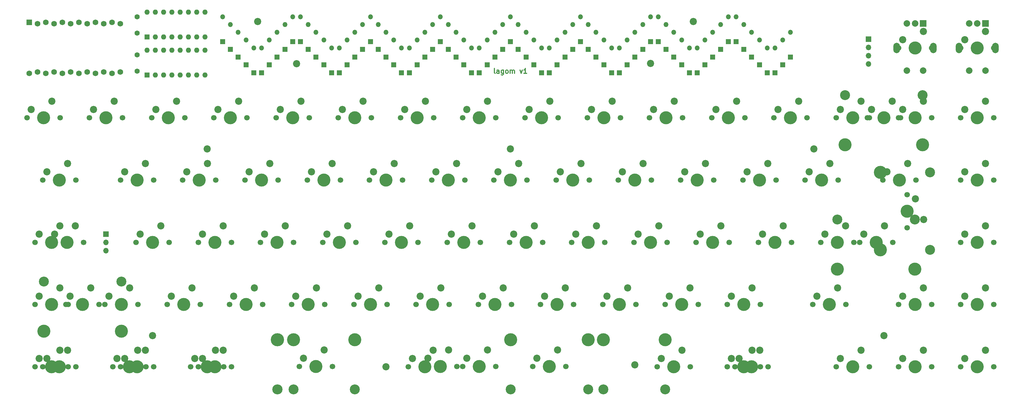
<source format=gts>
G04 #@! TF.GenerationSoftware,KiCad,Pcbnew,9.0.2*
G04 #@! TF.CreationDate,2025-07-10T02:03:08+05:30*
G04 #@! TF.ProjectId,meowboard,6d656f77-626f-4617-9264-2e6b69636164,rev?*
G04 #@! TF.SameCoordinates,Original*
G04 #@! TF.FileFunction,Soldermask,Top*
G04 #@! TF.FilePolarity,Negative*
%FSLAX46Y46*%
G04 Gerber Fmt 4.6, Leading zero omitted, Abs format (unit mm)*
G04 Created by KiCad (PCBNEW 9.0.2) date 2025-07-10 02:03:08*
%MOMM*%
%LPD*%
G01*
G04 APERTURE LIST*
%ADD10C,0.300000*%
%ADD11C,1.700000*%
%ADD12C,4.000000*%
%ADD13C,2.200000*%
%ADD14C,1.600000*%
%ADD15C,3.050000*%
%ADD16R,1.500000X1.500000*%
%ADD17O,1.500000X1.500000*%
%ADD18R,1.600000X1.600000*%
%ADD19O,1.600000X1.600000*%
%ADD20R,1.700000X1.700000*%
%ADD21O,1.700000X1.700000*%
%ADD22O,2.000000X3.200000*%
%ADD23R,2.000000X2.000000*%
%ADD24C,2.000000*%
%ADD25R,1.752600X1.752600*%
%ADD26C,1.752600*%
G04 APERTURE END LIST*
D10*
X200610714Y-57978328D02*
X200467857Y-57906900D01*
X200467857Y-57906900D02*
X200396428Y-57764042D01*
X200396428Y-57764042D02*
X200396428Y-56478328D01*
X201825000Y-57978328D02*
X201825000Y-57192614D01*
X201825000Y-57192614D02*
X201753571Y-57049757D01*
X201753571Y-57049757D02*
X201610714Y-56978328D01*
X201610714Y-56978328D02*
X201325000Y-56978328D01*
X201325000Y-56978328D02*
X201182142Y-57049757D01*
X201825000Y-57906900D02*
X201682142Y-57978328D01*
X201682142Y-57978328D02*
X201325000Y-57978328D01*
X201325000Y-57978328D02*
X201182142Y-57906900D01*
X201182142Y-57906900D02*
X201110714Y-57764042D01*
X201110714Y-57764042D02*
X201110714Y-57621185D01*
X201110714Y-57621185D02*
X201182142Y-57478328D01*
X201182142Y-57478328D02*
X201325000Y-57406900D01*
X201325000Y-57406900D02*
X201682142Y-57406900D01*
X201682142Y-57406900D02*
X201825000Y-57335471D01*
X203182143Y-56978328D02*
X203182143Y-58192614D01*
X203182143Y-58192614D02*
X203110714Y-58335471D01*
X203110714Y-58335471D02*
X203039285Y-58406900D01*
X203039285Y-58406900D02*
X202896428Y-58478328D01*
X202896428Y-58478328D02*
X202682143Y-58478328D01*
X202682143Y-58478328D02*
X202539285Y-58406900D01*
X203182143Y-57906900D02*
X203039285Y-57978328D01*
X203039285Y-57978328D02*
X202753571Y-57978328D01*
X202753571Y-57978328D02*
X202610714Y-57906900D01*
X202610714Y-57906900D02*
X202539285Y-57835471D01*
X202539285Y-57835471D02*
X202467857Y-57692614D01*
X202467857Y-57692614D02*
X202467857Y-57264042D01*
X202467857Y-57264042D02*
X202539285Y-57121185D01*
X202539285Y-57121185D02*
X202610714Y-57049757D01*
X202610714Y-57049757D02*
X202753571Y-56978328D01*
X202753571Y-56978328D02*
X203039285Y-56978328D01*
X203039285Y-56978328D02*
X203182143Y-57049757D01*
X204110714Y-57978328D02*
X203967857Y-57906900D01*
X203967857Y-57906900D02*
X203896428Y-57835471D01*
X203896428Y-57835471D02*
X203825000Y-57692614D01*
X203825000Y-57692614D02*
X203825000Y-57264042D01*
X203825000Y-57264042D02*
X203896428Y-57121185D01*
X203896428Y-57121185D02*
X203967857Y-57049757D01*
X203967857Y-57049757D02*
X204110714Y-56978328D01*
X204110714Y-56978328D02*
X204325000Y-56978328D01*
X204325000Y-56978328D02*
X204467857Y-57049757D01*
X204467857Y-57049757D02*
X204539286Y-57121185D01*
X204539286Y-57121185D02*
X204610714Y-57264042D01*
X204610714Y-57264042D02*
X204610714Y-57692614D01*
X204610714Y-57692614D02*
X204539286Y-57835471D01*
X204539286Y-57835471D02*
X204467857Y-57906900D01*
X204467857Y-57906900D02*
X204325000Y-57978328D01*
X204325000Y-57978328D02*
X204110714Y-57978328D01*
X205253571Y-57978328D02*
X205253571Y-56978328D01*
X205253571Y-57121185D02*
X205325000Y-57049757D01*
X205325000Y-57049757D02*
X205467857Y-56978328D01*
X205467857Y-56978328D02*
X205682143Y-56978328D01*
X205682143Y-56978328D02*
X205825000Y-57049757D01*
X205825000Y-57049757D02*
X205896429Y-57192614D01*
X205896429Y-57192614D02*
X205896429Y-57978328D01*
X205896429Y-57192614D02*
X205967857Y-57049757D01*
X205967857Y-57049757D02*
X206110714Y-56978328D01*
X206110714Y-56978328D02*
X206325000Y-56978328D01*
X206325000Y-56978328D02*
X206467857Y-57049757D01*
X206467857Y-57049757D02*
X206539286Y-57192614D01*
X206539286Y-57192614D02*
X206539286Y-57978328D01*
X208253571Y-56978328D02*
X208610714Y-57978328D01*
X208610714Y-57978328D02*
X208967857Y-56978328D01*
X210325000Y-57978328D02*
X209467857Y-57978328D01*
X209896428Y-57978328D02*
X209896428Y-56478328D01*
X209896428Y-56478328D02*
X209753571Y-56692614D01*
X209753571Y-56692614D02*
X209610714Y-56835471D01*
X209610714Y-56835471D02*
X209467857Y-56906900D01*
D11*
X267095000Y-71625000D03*
D12*
X272175000Y-71625000D03*
D11*
X277255000Y-71625000D03*
D13*
X274715000Y-66545000D03*
X268365000Y-69085000D03*
D11*
X324395000Y-148025000D03*
D12*
X329475000Y-148025000D03*
D11*
X334555000Y-148025000D03*
D13*
X332015000Y-142945000D03*
X325665000Y-145485000D03*
D14*
X90725000Y-40587500D03*
X90725000Y-45587500D03*
D11*
X142945000Y-90725000D03*
D12*
X148025000Y-90725000D03*
D11*
X153105000Y-90725000D03*
D13*
X150565000Y-85645000D03*
X144215000Y-88185000D03*
D15*
X308025000Y-64625000D03*
D12*
X308025000Y-79865000D03*
D11*
X314845000Y-71625000D03*
D12*
X319925000Y-71625000D03*
D11*
X325005000Y-71625000D03*
D15*
X331825000Y-64625000D03*
D12*
X331825000Y-79865000D03*
D13*
X322465000Y-66545000D03*
X316115000Y-69085000D03*
D11*
X185920000Y-109825000D03*
D12*
X191000000Y-109825000D03*
D11*
X196080000Y-109825000D03*
D13*
X193540000Y-104745000D03*
X187190000Y-107285000D03*
D11*
X104745000Y-90725000D03*
D12*
X109825000Y-90725000D03*
D11*
X114905000Y-90725000D03*
D13*
X112365000Y-85645000D03*
X106015000Y-88185000D03*
D11*
X298132500Y-128925000D03*
D12*
X303212500Y-128925000D03*
D11*
X308292500Y-128925000D03*
D13*
X305752500Y-123845000D03*
X299402500Y-126385000D03*
D16*
X260237500Y-57757500D03*
D17*
X260237500Y-50137500D03*
D11*
X305295000Y-71625000D03*
D12*
X310375000Y-71625000D03*
D11*
X315455000Y-71625000D03*
D13*
X312915000Y-66545000D03*
X306565000Y-69085000D03*
D18*
X93762500Y-46775000D03*
D19*
X96302500Y-46775000D03*
X98842500Y-46775000D03*
X101382500Y-46775000D03*
X103922500Y-46775000D03*
X106462500Y-46775000D03*
X109002500Y-46775000D03*
X111542500Y-46775000D03*
X111542500Y-39155000D03*
X109002500Y-39155000D03*
X106462500Y-39155000D03*
X103922500Y-39155000D03*
X101382500Y-39155000D03*
X98842500Y-39155000D03*
X96302500Y-39155000D03*
X93762500Y-39155000D03*
D11*
X343495000Y-109825000D03*
D12*
X348575000Y-109825000D03*
D11*
X353655000Y-109825000D03*
D13*
X351115000Y-104745000D03*
X344765000Y-107285000D03*
D20*
X315175000Y-47445000D03*
D21*
X315175000Y-49985000D03*
X315175000Y-52525000D03*
X315175000Y-55065000D03*
D16*
X288887500Y-55370000D03*
D17*
X288887500Y-47750000D03*
D16*
X219650000Y-55370000D03*
D17*
X219650000Y-47750000D03*
D16*
X212487500Y-55370000D03*
D17*
X212487500Y-47750000D03*
D13*
X112212500Y-81175000D03*
X248300000Y-54912500D03*
D11*
X99970000Y-128925000D03*
D12*
X105050000Y-128925000D03*
D11*
X110130000Y-128925000D03*
D13*
X107590000Y-123845000D03*
X101240000Y-126385000D03*
D16*
X157575000Y-52982500D03*
D17*
X157575000Y-45362500D03*
D16*
X210100000Y-52982500D03*
D17*
X210100000Y-45362500D03*
D11*
X281420000Y-109825000D03*
D12*
X286500000Y-109825000D03*
D11*
X291580000Y-109825000D03*
D13*
X289040000Y-104745000D03*
X282690000Y-107285000D03*
D18*
X93762500Y-58487500D03*
D19*
X96302500Y-58487500D03*
X98842500Y-58487500D03*
X101382500Y-58487500D03*
X103922500Y-58487500D03*
X106462500Y-58487500D03*
X109002500Y-58487500D03*
X111542500Y-58487500D03*
X111542500Y-50867500D03*
X109002500Y-50867500D03*
X106462500Y-50867500D03*
X103922500Y-50867500D03*
X101382500Y-50867500D03*
X98842500Y-50867500D03*
X96302500Y-50867500D03*
X93762500Y-50867500D03*
D13*
X298437500Y-81175000D03*
D16*
X243525000Y-52982500D03*
D17*
X243525000Y-45362500D03*
D16*
X286500000Y-57757500D03*
D17*
X286500000Y-50137500D03*
D11*
X157270000Y-128925000D03*
D12*
X162350000Y-128925000D03*
D11*
X167430000Y-128925000D03*
D13*
X164890000Y-123845000D03*
X158540000Y-126385000D03*
D11*
X162045000Y-90725000D03*
D12*
X167125000Y-90725000D03*
D11*
X172205000Y-90725000D03*
D13*
X169665000Y-85645000D03*
X163315000Y-88185000D03*
D11*
X56995000Y-71625000D03*
D12*
X62075000Y-71625000D03*
D11*
X67155000Y-71625000D03*
D13*
X64615000Y-66545000D03*
X58265000Y-69085000D03*
D11*
X114295000Y-71625000D03*
D12*
X119375000Y-71625000D03*
D11*
X124455000Y-71625000D03*
D13*
X121915000Y-66545000D03*
X115565000Y-69085000D03*
D11*
X59382500Y-128925000D03*
D12*
X64462500Y-128925000D03*
D11*
X69542500Y-128925000D03*
D13*
X67002500Y-123845000D03*
X60652500Y-126385000D03*
D16*
X253075000Y-50595000D03*
D17*
X253075000Y-42975000D03*
D13*
X205325000Y-81175000D03*
D11*
X271870000Y-148025000D03*
D12*
X276950000Y-148025000D03*
D11*
X282030000Y-148025000D03*
D13*
X279490000Y-142945000D03*
X273140000Y-145485000D03*
D16*
X248300000Y-48207500D03*
D17*
X248300000Y-40587500D03*
D16*
X167125000Y-52982500D03*
D17*
X167125000Y-45362500D03*
D11*
X295745000Y-90725000D03*
D12*
X300825000Y-90725000D03*
D11*
X305905000Y-90725000D03*
D13*
X303365000Y-85645000D03*
X297015000Y-88185000D03*
D11*
X128620000Y-109825000D03*
D12*
X133700000Y-109825000D03*
D11*
X138780000Y-109825000D03*
D13*
X136240000Y-104745000D03*
X129890000Y-107285000D03*
D16*
X124150000Y-55370000D03*
D17*
X124150000Y-47750000D03*
D11*
X109520000Y-148025000D03*
D12*
X114600000Y-148025000D03*
D11*
X119680000Y-148025000D03*
D13*
X117140000Y-142945000D03*
X110790000Y-145485000D03*
D16*
X121762500Y-52982500D03*
D17*
X121762500Y-45362500D03*
D11*
X147720000Y-109825000D03*
D12*
X152800000Y-109825000D03*
D11*
X157880000Y-109825000D03*
D13*
X155340000Y-104745000D03*
X148990000Y-107285000D03*
D12*
X133737500Y-139760000D03*
D15*
X133737500Y-155000000D03*
D11*
X140557500Y-148000000D03*
D12*
X145637500Y-148000000D03*
D11*
X150717500Y-148000000D03*
D12*
X157537500Y-139760000D03*
D15*
X157537500Y-155000000D03*
D13*
X148177500Y-142920000D03*
X141827500Y-145460000D03*
D11*
X152495000Y-71625000D03*
D12*
X157575000Y-71625000D03*
D11*
X162655000Y-71625000D03*
D13*
X160115000Y-66545000D03*
X153765000Y-69085000D03*
D16*
X152800000Y-57757500D03*
D17*
X152800000Y-50137500D03*
D11*
X107138750Y-148025000D03*
D12*
X112218750Y-148025000D03*
D11*
X117298750Y-148025000D03*
D13*
X114758750Y-142945000D03*
X108408750Y-145485000D03*
X95500000Y-138480000D03*
D11*
X228895000Y-71625000D03*
D12*
X233975000Y-71625000D03*
D11*
X239055000Y-71625000D03*
D13*
X236515000Y-66545000D03*
X230165000Y-69085000D03*
D16*
X164737500Y-50595000D03*
D17*
X164737500Y-42975000D03*
D11*
X80870000Y-128925000D03*
D12*
X85950000Y-128925000D03*
D11*
X91030000Y-128925000D03*
D13*
X88490000Y-123845000D03*
X82140000Y-126385000D03*
D11*
X76095000Y-71625000D03*
D12*
X81175000Y-71625000D03*
D11*
X86255000Y-71625000D03*
D13*
X83715000Y-66545000D03*
X77365000Y-69085000D03*
D16*
X179062500Y-52982500D03*
D17*
X179062500Y-45362500D03*
D13*
X127750000Y-42020000D03*
D16*
X193387500Y-57757500D03*
D17*
X193387500Y-50137500D03*
D11*
X181145000Y-90725000D03*
D12*
X186225000Y-90725000D03*
D11*
X191305000Y-90725000D03*
D13*
X188765000Y-85645000D03*
X182415000Y-88185000D03*
D16*
X140862500Y-48207500D03*
D17*
X140862500Y-40587500D03*
D16*
X195775000Y-57757500D03*
D17*
X195775000Y-50137500D03*
D11*
X171595000Y-71625000D03*
D12*
X176675000Y-71625000D03*
D11*
X181755000Y-71625000D03*
D13*
X179215000Y-66545000D03*
X172865000Y-69085000D03*
D16*
X272175000Y-48207500D03*
D17*
X272175000Y-40587500D03*
D16*
X276950000Y-50595000D03*
D17*
X276950000Y-42975000D03*
D16*
X176675000Y-55370000D03*
D17*
X176675000Y-47750000D03*
D11*
X343495000Y-128925000D03*
D12*
X348575000Y-128925000D03*
D11*
X353655000Y-128925000D03*
D13*
X351115000Y-123845000D03*
X344765000Y-126385000D03*
D11*
X166820000Y-109825000D03*
D12*
X171900000Y-109825000D03*
D11*
X176980000Y-109825000D03*
D13*
X174440000Y-104745000D03*
X168090000Y-107285000D03*
D16*
X241137500Y-55370000D03*
D17*
X241137500Y-47750000D03*
D16*
X138475000Y-48207500D03*
D17*
X138475000Y-40587500D03*
D12*
X133837500Y-139760000D03*
D15*
X133837500Y-155000000D03*
D11*
X178757500Y-148000000D03*
D12*
X183837500Y-148000000D03*
D11*
X188917500Y-148000000D03*
D12*
X233837500Y-139760000D03*
D15*
X233837500Y-155000000D03*
D13*
X186377500Y-142920000D03*
X180027500Y-145460000D03*
D11*
X252770000Y-128925000D03*
D12*
X257850000Y-128925000D03*
D11*
X262930000Y-128925000D03*
D13*
X260390000Y-123845000D03*
X254040000Y-126385000D03*
D11*
X286195000Y-71625000D03*
D12*
X291275000Y-71625000D03*
D11*
X296355000Y-71625000D03*
D13*
X293815000Y-66545000D03*
X287465000Y-69085000D03*
X243525000Y-147462000D03*
D16*
X231587500Y-52982500D03*
D17*
X231587500Y-45362500D03*
D11*
X324395000Y-50137500D03*
D12*
X329475000Y-50137500D03*
D11*
X334555000Y-50137500D03*
D13*
X332015000Y-45057500D03*
X325665000Y-47597500D03*
D11*
X176370000Y-128925000D03*
D12*
X181450000Y-128925000D03*
D11*
X186530000Y-128925000D03*
D13*
X183990000Y-123845000D03*
X177640000Y-126385000D03*
D16*
X145637500Y-52982500D03*
D17*
X145637500Y-45362500D03*
D16*
X265012500Y-55370000D03*
D17*
X265012500Y-47750000D03*
D16*
X214875000Y-57757500D03*
D17*
X214875000Y-50137500D03*
D11*
X343495000Y-50137500D03*
D12*
X348575000Y-50137500D03*
D11*
X353655000Y-50137500D03*
D13*
X351115000Y-45057500D03*
X344765000Y-47597500D03*
D16*
X148025000Y-55370000D03*
D17*
X148025000Y-47750000D03*
D16*
X198162500Y-55370000D03*
D17*
X198162500Y-47750000D03*
D11*
X324395000Y-128925000D03*
D12*
X329475000Y-128925000D03*
D11*
X334555000Y-128925000D03*
D13*
X332015000Y-123845000D03*
X325665000Y-126385000D03*
D11*
X305295000Y-148025000D03*
D12*
X310375000Y-148025000D03*
D11*
X315455000Y-148025000D03*
D13*
X312915000Y-142945000D03*
X306565000Y-145485000D03*
D11*
X250382500Y-148025000D03*
D12*
X255462500Y-148025000D03*
D11*
X260542500Y-148025000D03*
D13*
X258002500Y-142945000D03*
X251652500Y-145485000D03*
D16*
X269787500Y-50595000D03*
D17*
X269787500Y-42975000D03*
D11*
X133395000Y-71625000D03*
D12*
X138475000Y-71625000D03*
D11*
X143555000Y-71625000D03*
D13*
X141015000Y-66545000D03*
X134665000Y-69085000D03*
D11*
X243220000Y-109825000D03*
D12*
X248300000Y-109825000D03*
D11*
X253380000Y-109825000D03*
D13*
X250840000Y-104745000D03*
X244490000Y-107285000D03*
D16*
X200550000Y-52982500D03*
D17*
X200550000Y-45362500D03*
D16*
X255462500Y-52982500D03*
D17*
X255462500Y-45362500D03*
D16*
X191000000Y-55370000D03*
D17*
X191000000Y-47750000D03*
D11*
X83257500Y-148025000D03*
D12*
X88337500Y-148025000D03*
D11*
X93417500Y-148025000D03*
D13*
X90877500Y-142945000D03*
X84527500Y-145485000D03*
D16*
X186225000Y-50595000D03*
D17*
X186225000Y-42975000D03*
D11*
X233670000Y-128925000D03*
D12*
X238750000Y-128925000D03*
D11*
X243830000Y-128925000D03*
D13*
X241290000Y-123845000D03*
X234940000Y-126385000D03*
D16*
X162350000Y-48207500D03*
D17*
X162350000Y-40587500D03*
D16*
X279337500Y-52982500D03*
D17*
X279337500Y-45362500D03*
D11*
X300520000Y-109825000D03*
D12*
X305600000Y-109825000D03*
D11*
X310680000Y-109825000D03*
D13*
X308140000Y-104745000D03*
X301790000Y-107285000D03*
D11*
X324395000Y-71625000D03*
D12*
X329475000Y-71625000D03*
D11*
X334555000Y-71625000D03*
D13*
X332015000Y-66545000D03*
X325665000Y-69085000D03*
D11*
X343495000Y-71625000D03*
D12*
X348575000Y-71625000D03*
D11*
X353655000Y-71625000D03*
D13*
X351115000Y-66545000D03*
X344765000Y-69085000D03*
D16*
X171900000Y-57757500D03*
D17*
X171900000Y-50137500D03*
D16*
X217262500Y-57757500D03*
D17*
X217262500Y-50137500D03*
D11*
X138170000Y-128925000D03*
D12*
X143250000Y-128925000D03*
D11*
X148330000Y-128925000D03*
D13*
X145790000Y-123845000D03*
X139440000Y-126385000D03*
X319925000Y-138475000D03*
X167125000Y-148025000D03*
D11*
X319620000Y-90725000D03*
D12*
X324700000Y-90725000D03*
D11*
X329780000Y-90725000D03*
D13*
X327240000Y-85645000D03*
X320890000Y-88185000D03*
D12*
X318847500Y-88375000D03*
X318847500Y-112175000D03*
D11*
X327087500Y-95195000D03*
D12*
X327087500Y-100275000D03*
D11*
X327087500Y-105355000D03*
D15*
X334087500Y-88375000D03*
X334087500Y-112175000D03*
D13*
X332167500Y-102815000D03*
X329627500Y-96465000D03*
D16*
X133700000Y-52982500D03*
D17*
X133700000Y-45362500D03*
D16*
X224425000Y-50595000D03*
D17*
X224425000Y-42975000D03*
D15*
X305637500Y-102825000D03*
D12*
X305637500Y-118065000D03*
D11*
X312457500Y-109825000D03*
D12*
X317537500Y-109825000D03*
D11*
X322617500Y-109825000D03*
D15*
X329437500Y-102825000D03*
D12*
X329437500Y-118065000D03*
D13*
X320077500Y-104745000D03*
X313727500Y-107285000D03*
D11*
X247995000Y-71625000D03*
D12*
X253075000Y-71625000D03*
D11*
X258155000Y-71625000D03*
D13*
X255615000Y-66545000D03*
X249265000Y-69085000D03*
D11*
X95195000Y-71625000D03*
D12*
X100275000Y-71625000D03*
D11*
X105355000Y-71625000D03*
D13*
X102815000Y-66545000D03*
X96465000Y-69085000D03*
D16*
X233975000Y-55370000D03*
D17*
X233975000Y-47750000D03*
D11*
X90420000Y-109825000D03*
D12*
X95500000Y-109825000D03*
D11*
X100580000Y-109825000D03*
D13*
X98040000Y-104745000D03*
X91690000Y-107285000D03*
D16*
X262625000Y-57757500D03*
D17*
X262625000Y-50137500D03*
D11*
X214570000Y-128925000D03*
D12*
X219650000Y-128925000D03*
D11*
X224730000Y-128925000D03*
D13*
X222190000Y-123845000D03*
X215840000Y-126385000D03*
X261460000Y-42020000D03*
D11*
X190695000Y-71625000D03*
D12*
X195775000Y-71625000D03*
D11*
X200855000Y-71625000D03*
D13*
X198315000Y-66545000D03*
X191965000Y-69085000D03*
D16*
X250687500Y-48207500D03*
D17*
X250687500Y-40587500D03*
D22*
X335075000Y-50137500D03*
X323875000Y-50137500D03*
D23*
X331975000Y-42637500D03*
D24*
X326975000Y-42637500D03*
X329475000Y-42637500D03*
X326975000Y-57137500D03*
X331975000Y-57137500D03*
D22*
X354175000Y-50137500D03*
X342975000Y-50137500D03*
D23*
X351075000Y-42637500D03*
D24*
X346075000Y-42637500D03*
X348575000Y-42637500D03*
X346075000Y-57137500D03*
X351075000Y-57137500D03*
D16*
X202937500Y-50595000D03*
D17*
X202937500Y-42975000D03*
D16*
X116987500Y-48207500D03*
D17*
X116987500Y-40587500D03*
D11*
X119070000Y-128925000D03*
D12*
X124150000Y-128925000D03*
D11*
X129230000Y-128925000D03*
D13*
X126690000Y-123845000D03*
X120340000Y-126385000D03*
D11*
X209795000Y-71625000D03*
D12*
X214875000Y-71625000D03*
D11*
X219955000Y-71625000D03*
D13*
X217415000Y-66545000D03*
X211065000Y-69085000D03*
D16*
X205325000Y-48207500D03*
D17*
X205325000Y-40587500D03*
D16*
X143250000Y-50595000D03*
D17*
X143250000Y-42975000D03*
D11*
X276645000Y-90725000D03*
D12*
X281725000Y-90725000D03*
D11*
X286805000Y-90725000D03*
D13*
X284265000Y-85645000D03*
X277915000Y-88185000D03*
D11*
X257545000Y-90725000D03*
D12*
X262625000Y-90725000D03*
D11*
X267705000Y-90725000D03*
D13*
X265165000Y-85645000D03*
X258815000Y-88185000D03*
D11*
X59382500Y-109825000D03*
D12*
X64462500Y-109825000D03*
D11*
X69542500Y-109825000D03*
D13*
X67002500Y-104745000D03*
X60652500Y-107285000D03*
D16*
X131312500Y-55370000D03*
D17*
X131312500Y-47750000D03*
D12*
X138775000Y-139760000D03*
D15*
X138775000Y-155000000D03*
D11*
X190695000Y-148000000D03*
D12*
X195775000Y-148000000D03*
D11*
X200855000Y-148000000D03*
D12*
X252775000Y-139760000D03*
D15*
X252775000Y-155000000D03*
D13*
X198315000Y-142920000D03*
X191965000Y-145460000D03*
D11*
X205020000Y-109825000D03*
D12*
X210100000Y-109825000D03*
D11*
X215180000Y-109825000D03*
D13*
X212640000Y-104745000D03*
X206290000Y-107285000D03*
D11*
X224120000Y-109825000D03*
D12*
X229200000Y-109825000D03*
D11*
X234280000Y-109825000D03*
D13*
X231740000Y-104745000D03*
X225390000Y-107285000D03*
D11*
X200245000Y-90725000D03*
D12*
X205325000Y-90725000D03*
D11*
X210405000Y-90725000D03*
D13*
X207865000Y-85645000D03*
X201515000Y-88185000D03*
D11*
X343495000Y-90725000D03*
D12*
X348575000Y-90725000D03*
D11*
X353655000Y-90725000D03*
D13*
X351115000Y-85645000D03*
X344765000Y-88185000D03*
D11*
X274257500Y-148025000D03*
D12*
X279337500Y-148025000D03*
D11*
X284417500Y-148025000D03*
D13*
X281877500Y-142945000D03*
X275527500Y-145485000D03*
D11*
X61770000Y-148025000D03*
D12*
X66850000Y-148025000D03*
D11*
X71930000Y-148025000D03*
D13*
X69390000Y-142945000D03*
X63040000Y-145485000D03*
D15*
X62112500Y-121925000D03*
D12*
X62112500Y-137165000D03*
D11*
X68932500Y-128925000D03*
D12*
X74012500Y-128925000D03*
D11*
X79092500Y-128925000D03*
D15*
X85912500Y-121925000D03*
D12*
X85912500Y-137165000D03*
D13*
X76552500Y-123845000D03*
X70202500Y-126385000D03*
D16*
X159962500Y-50595000D03*
D17*
X159962500Y-42975000D03*
D11*
X271870000Y-128925000D03*
D12*
X276950000Y-128925000D03*
D11*
X282030000Y-128925000D03*
D13*
X279490000Y-123845000D03*
X273140000Y-126385000D03*
D11*
X219345000Y-90725000D03*
D12*
X224425000Y-90725000D03*
D11*
X229505000Y-90725000D03*
D13*
X226965000Y-85645000D03*
X220615000Y-88185000D03*
D16*
X281725000Y-55370000D03*
D17*
X281725000Y-47750000D03*
D16*
X126537500Y-57757500D03*
D17*
X126537500Y-50137500D03*
D11*
X123845000Y-90725000D03*
D12*
X128925000Y-90725000D03*
D11*
X134005000Y-90725000D03*
D13*
X131465000Y-85645000D03*
X125115000Y-88185000D03*
D16*
X229200000Y-50595000D03*
D17*
X229200000Y-42975000D03*
D16*
X284112500Y-57757500D03*
D17*
X284112500Y-50137500D03*
D16*
X183837500Y-48207500D03*
D17*
X183837500Y-40587500D03*
D16*
X169512500Y-55370000D03*
D17*
X169512500Y-47750000D03*
D16*
X291275000Y-52982500D03*
D17*
X291275000Y-45362500D03*
D11*
X343495000Y-148025000D03*
D12*
X348575000Y-148025000D03*
D11*
X353655000Y-148025000D03*
D13*
X351115000Y-142945000D03*
X344765000Y-145485000D03*
D11*
X262320000Y-109825000D03*
D12*
X267400000Y-109825000D03*
D11*
X272480000Y-109825000D03*
D13*
X269940000Y-104745000D03*
X263590000Y-107285000D03*
D16*
X222037500Y-52982500D03*
D17*
X222037500Y-45362500D03*
D13*
X139680000Y-54960000D03*
D16*
X267400000Y-52982500D03*
D17*
X267400000Y-45362500D03*
D11*
X85645000Y-148025000D03*
D12*
X90725000Y-148025000D03*
D11*
X95805000Y-148025000D03*
D13*
X93265000Y-142945000D03*
X86915000Y-145485000D03*
D16*
X128925000Y-57757500D03*
D17*
X128925000Y-50137500D03*
D14*
X90725000Y-52300000D03*
X90725000Y-57300000D03*
D11*
X238445000Y-90725000D03*
D12*
X243525000Y-90725000D03*
D11*
X248605000Y-90725000D03*
D13*
X246065000Y-85645000D03*
X239715000Y-88185000D03*
D11*
X173982500Y-148025000D03*
D12*
X179062500Y-148025000D03*
D11*
X184142500Y-148025000D03*
D13*
X181602500Y-142945000D03*
X175252500Y-145485000D03*
D11*
X195470000Y-128925000D03*
D12*
X200550000Y-128925000D03*
D11*
X205630000Y-128925000D03*
D13*
X203090000Y-123845000D03*
X196740000Y-126385000D03*
D16*
X226812500Y-48207500D03*
D17*
X226812500Y-40587500D03*
D16*
X257850000Y-55370000D03*
D17*
X257850000Y-47750000D03*
D11*
X61770000Y-90725000D03*
D12*
X66850000Y-90725000D03*
D11*
X71930000Y-90725000D03*
D13*
X69390000Y-85645000D03*
X63040000Y-88185000D03*
D11*
X59382500Y-148025000D03*
D12*
X64462500Y-148025000D03*
D11*
X69542500Y-148025000D03*
D13*
X67002500Y-142945000D03*
X60652500Y-145485000D03*
D16*
X136087500Y-50595000D03*
D17*
X136087500Y-42975000D03*
D16*
X274562500Y-48207500D03*
D17*
X274562500Y-40587500D03*
D16*
X181450000Y-50595000D03*
D17*
X181450000Y-42975000D03*
D16*
X155187500Y-55370000D03*
D17*
X155187500Y-47750000D03*
D16*
X236362500Y-57757500D03*
D17*
X236362500Y-50137500D03*
D16*
X207712500Y-50595000D03*
D17*
X207712500Y-42975000D03*
D16*
X238750000Y-57757500D03*
D17*
X238750000Y-50137500D03*
D11*
X64157500Y-109825000D03*
D12*
X69237500Y-109825000D03*
D11*
X74317500Y-109825000D03*
D13*
X71777500Y-104745000D03*
X65427500Y-107285000D03*
D16*
X150412500Y-57757500D03*
D17*
X150412500Y-50137500D03*
D16*
X188612500Y-52982500D03*
D17*
X188612500Y-45362500D03*
D16*
X174287500Y-57757500D03*
D17*
X174287500Y-50137500D03*
D12*
X205362500Y-139730000D03*
D15*
X205362500Y-154970000D03*
D11*
X212182500Y-147970000D03*
D12*
X217262500Y-147970000D03*
D11*
X222342500Y-147970000D03*
D12*
X229162500Y-139730000D03*
D15*
X229162500Y-154970000D03*
D13*
X219802500Y-142890000D03*
X213452500Y-145430000D03*
D11*
X85645000Y-90725000D03*
D12*
X90725000Y-90725000D03*
D11*
X95805000Y-90725000D03*
D13*
X93265000Y-85645000D03*
X86915000Y-88185000D03*
D16*
X119375000Y-50595000D03*
D17*
X119375000Y-42975000D03*
D11*
X109520000Y-109825000D03*
D12*
X114600000Y-109825000D03*
D11*
X119680000Y-109825000D03*
D13*
X117140000Y-104745000D03*
X110790000Y-107285000D03*
D16*
X245912500Y-50595000D03*
D17*
X245912500Y-42975000D03*
D25*
X57655000Y-42288900D03*
D26*
X60195000Y-42746100D03*
X62735000Y-42288900D03*
X65275000Y-42746100D03*
X67815000Y-42288900D03*
X70355000Y-42746100D03*
X72895000Y-42288900D03*
X75435000Y-42746100D03*
X77975000Y-42288900D03*
X80515000Y-42746100D03*
X83055000Y-42288900D03*
X85595000Y-42746100D03*
X85595000Y-57528900D03*
X83055000Y-57986100D03*
X80515000Y-57528900D03*
X77975000Y-57986100D03*
X75435000Y-57528900D03*
X72895000Y-57986100D03*
X70355000Y-57528900D03*
X67815000Y-57986100D03*
X65275000Y-57528900D03*
X62735000Y-57986100D03*
X60195000Y-57528900D03*
X57655000Y-57986100D03*
D20*
X81175000Y-107285000D03*
D21*
X81175000Y-109825000D03*
X81175000Y-112365000D03*
M02*

</source>
